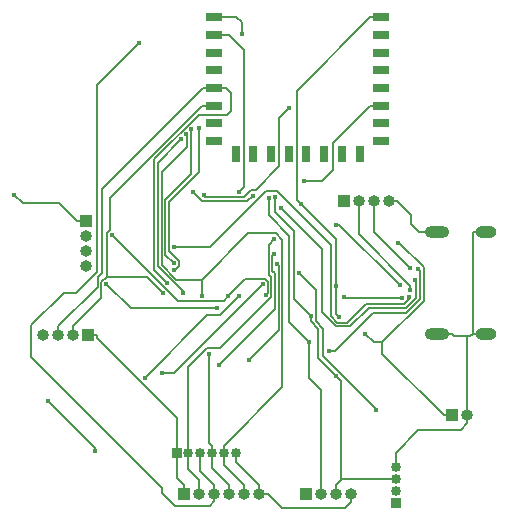
<source format=gbl>
G04 #@! TF.GenerationSoftware,KiCad,Pcbnew,8.0.5*
G04 #@! TF.CreationDate,2024-11-30T21:19:48+05:30*
G04 #@! TF.ProjectId,SNSRTG401V30,534e5352-5447-4343-9031-5633302e6b69,3.0*
G04 #@! TF.SameCoordinates,Original*
G04 #@! TF.FileFunction,Copper,L2,Bot*
G04 #@! TF.FilePolarity,Positive*
%FSLAX46Y46*%
G04 Gerber Fmt 4.6, Leading zero omitted, Abs format (unit mm)*
G04 Created by KiCad (PCBNEW 8.0.5) date 2024-11-30 21:19:48*
%MOMM*%
%LPD*%
G01*
G04 APERTURE LIST*
G04 #@! TA.AperFunction,ComponentPad*
%ADD10R,0.850000X0.850000*%
G04 #@! TD*
G04 #@! TA.AperFunction,ComponentPad*
%ADD11O,0.850000X0.850000*%
G04 #@! TD*
G04 #@! TA.AperFunction,ComponentPad*
%ADD12R,1.000000X1.000000*%
G04 #@! TD*
G04 #@! TA.AperFunction,ComponentPad*
%ADD13O,1.000000X1.000000*%
G04 #@! TD*
G04 #@! TA.AperFunction,ComponentPad*
%ADD14O,2.100000X1.000000*%
G04 #@! TD*
G04 #@! TA.AperFunction,ComponentPad*
%ADD15O,1.800000X1.000000*%
G04 #@! TD*
G04 #@! TA.AperFunction,SMDPad,CuDef*
%ADD16R,1.400000X0.800000*%
G04 #@! TD*
G04 #@! TA.AperFunction,SMDPad,CuDef*
%ADD17R,0.800000X1.400000*%
G04 #@! TD*
G04 #@! TA.AperFunction,ViaPad*
%ADD18C,0.400000*%
G04 #@! TD*
G04 #@! TA.AperFunction,Conductor*
%ADD19C,0.150000*%
G04 #@! TD*
G04 APERTURE END LIST*
D10*
X114650000Y-67960000D03*
D11*
X114650000Y-66960000D03*
X114650000Y-65960000D03*
X114650000Y-64960000D03*
D12*
X88620600Y-53721000D03*
D13*
X87350600Y-53721000D03*
X86080600Y-53721000D03*
X84810600Y-53721000D03*
D10*
X96102800Y-63779400D03*
D11*
X97102800Y-63779400D03*
X98102800Y-63779400D03*
X99102800Y-63779400D03*
X100102800Y-63779400D03*
X101102800Y-63779400D03*
D12*
X88392000Y-44069000D03*
D13*
X88392000Y-45339000D03*
X88392000Y-46609000D03*
X88392000Y-47879000D03*
D12*
X96748600Y-67200000D03*
D13*
X98018600Y-67200000D03*
X99288600Y-67200000D03*
X100558600Y-67200000D03*
X101828600Y-67200000D03*
X103098600Y-67200000D03*
D12*
X107061000Y-67200000D03*
D13*
X108331000Y-67200000D03*
X109601000Y-67200000D03*
X110871000Y-67200000D03*
D12*
X110240000Y-42418000D03*
D13*
X111510000Y-42418000D03*
X112780000Y-42418000D03*
X114050000Y-42418000D03*
D14*
X118120000Y-53640000D03*
D15*
X122300000Y-53640000D03*
D14*
X118120000Y-45000000D03*
D15*
X122300000Y-45000000D03*
D12*
X119456200Y-60550000D03*
D13*
X120726200Y-60550000D03*
D16*
X113441000Y-26838000D03*
X113441000Y-28338000D03*
X113441000Y-29838000D03*
X113441000Y-31338000D03*
X113441000Y-32838000D03*
X113441000Y-34338000D03*
X113441000Y-35838000D03*
X113441000Y-37338000D03*
D17*
X111591000Y-38438000D03*
X110091000Y-38438000D03*
X108591000Y-38438000D03*
X107091000Y-38438000D03*
X105591000Y-38438000D03*
X104091000Y-38438000D03*
X102591000Y-38438000D03*
X101091000Y-38438000D03*
D16*
X99241000Y-37338000D03*
X99241000Y-35838000D03*
X99241000Y-34338000D03*
X99241000Y-32838000D03*
X99241000Y-31338000D03*
X99241000Y-29838000D03*
X99241000Y-28338000D03*
X99241000Y-26838000D03*
D18*
X95894700Y-46308500D03*
X115761300Y-50570000D03*
X101610000Y-28260000D03*
X115899600Y-49976800D03*
X115846900Y-48070500D03*
X109598100Y-49615400D03*
X109867500Y-52241000D03*
X106636000Y-42631600D03*
X90149600Y-49451200D03*
X116559600Y-48173500D03*
X109016300Y-55121100D03*
X99497500Y-51500900D03*
X90670300Y-45273100D03*
X115173300Y-50648900D03*
X110242500Y-50496700D03*
X100477900Y-50444100D03*
X103636600Y-50396600D03*
X85239500Y-59350000D03*
X89178800Y-63601700D03*
X103900200Y-42179200D03*
X107283200Y-54321600D03*
X109615700Y-57220000D03*
X107464300Y-52171000D03*
X104457700Y-42031600D03*
X95327300Y-49345200D03*
X94919800Y-50172500D03*
X102563600Y-41941000D03*
X97481400Y-41618900D03*
X98267400Y-50407900D03*
X96922600Y-36763900D03*
X98854200Y-55372600D03*
X96500500Y-37174600D03*
X96631000Y-50154600D03*
X92936600Y-29047200D03*
X106431000Y-48506600D03*
X112970400Y-60133800D03*
X104373100Y-46920000D03*
X99714500Y-56297800D03*
X104376600Y-45609500D03*
X102233200Y-55871100D03*
X104624500Y-47768000D03*
X101422400Y-50421200D03*
X93383200Y-57376500D03*
X103373500Y-49469500D03*
X94848500Y-56949800D03*
X109596800Y-44420000D03*
X114973500Y-49508600D03*
X116269000Y-49070000D03*
X104909700Y-42971200D03*
X95898600Y-48221500D03*
X97988600Y-36205900D03*
X101390000Y-41600000D03*
X95864800Y-47669700D03*
X97352100Y-36317100D03*
X98398500Y-41928300D03*
X105636400Y-34546700D03*
X82373700Y-41906000D03*
X114877300Y-45920000D03*
X112066800Y-53635900D03*
X106915800Y-40699800D03*
D19*
X109478900Y-55121100D02*
X109016300Y-55121100D01*
X112725800Y-51874200D02*
X109478900Y-55121100D01*
X115554200Y-51874200D02*
X112725800Y-51874200D01*
X116707300Y-48321200D02*
X116707300Y-50721100D01*
X116707300Y-50721100D02*
X115554200Y-51874200D01*
X116559600Y-48173500D02*
X116707300Y-48321200D01*
X98925800Y-46308500D02*
X95894700Y-46308500D01*
X103655000Y-41579300D02*
X98925800Y-46308500D01*
X104618600Y-41579300D02*
X103655000Y-41579300D01*
X109708200Y-52696300D02*
X109171400Y-52159500D01*
X110543700Y-52696300D02*
X109708200Y-52696300D01*
X109171400Y-46132100D02*
X104618600Y-41579300D01*
X109171400Y-52159500D02*
X109171400Y-46132100D01*
X112136800Y-51103200D02*
X110543700Y-52696300D01*
X115761300Y-50715800D02*
X115373900Y-51103200D01*
X115373900Y-51103200D02*
X112136800Y-51103200D01*
X115761300Y-50570000D02*
X115761300Y-50715800D01*
X108368000Y-46429500D02*
X104909700Y-42971200D01*
X108368000Y-51809800D02*
X108368000Y-46429500D01*
X109556200Y-52998000D02*
X108368000Y-51809800D01*
X116337300Y-50615400D02*
X115518700Y-51434000D01*
X115518700Y-51434000D02*
X112386000Y-51434000D01*
X116337300Y-49138300D02*
X116337300Y-50615400D01*
X116269000Y-49070000D02*
X116337300Y-49138300D01*
X112386000Y-51434000D02*
X110822000Y-52998000D01*
X110822000Y-52998000D02*
X109556200Y-52998000D01*
X100518000Y-28338000D02*
X99241000Y-28338000D01*
X101810000Y-29630000D02*
X100518000Y-28338000D01*
X101810000Y-41180000D02*
X101810000Y-29630000D01*
X101390000Y-41600000D02*
X101810000Y-41180000D01*
X101168000Y-26838000D02*
X99241000Y-26838000D01*
X101610000Y-27280000D02*
X101610000Y-28260000D01*
X101168000Y-26838000D02*
X101610000Y-27280000D01*
X108390200Y-40699800D02*
X106915800Y-40699800D01*
X109320000Y-37532300D02*
X109320000Y-39770000D01*
X109320000Y-39770000D02*
X108390200Y-40699800D01*
X112514300Y-34338000D02*
X109320000Y-37532300D01*
X113441000Y-34338000D02*
X112514300Y-34338000D01*
X122300000Y-53640000D02*
X121173300Y-53640000D01*
X118120000Y-45000000D02*
X116590000Y-45000000D01*
X118120000Y-53640000D02*
X119396700Y-53640000D01*
X116558250Y-61808250D02*
X114650000Y-63716500D01*
X121173300Y-53640000D02*
X120949800Y-53863500D01*
X104995300Y-68370000D02*
X110360000Y-68370000D01*
X120949800Y-53863500D02*
X120726200Y-53863500D01*
X110871000Y-67859000D02*
X110871000Y-67200000D01*
X120726200Y-53863500D02*
X119620200Y-53863500D01*
X119620200Y-53863500D02*
X119396700Y-53640000D01*
X114776700Y-42418000D02*
X114050000Y-42418000D01*
X120726200Y-53863500D02*
X120726200Y-60550000D01*
X121173300Y-45000000D02*
X121173300Y-53640000D01*
X120141750Y-61808250D02*
X116558250Y-61808250D01*
X103098600Y-67200000D02*
X103098600Y-66473300D01*
X120726200Y-60550000D02*
X120726200Y-61223800D01*
X114650000Y-63716500D02*
X114650000Y-64960000D01*
X103098600Y-67200000D02*
X103825300Y-67200000D01*
X116590000Y-45000000D02*
X115960000Y-44370000D01*
X101102800Y-64477500D02*
X103098600Y-66473300D01*
X110360000Y-68370000D02*
X110871000Y-67859000D01*
X115960000Y-44370000D02*
X115960000Y-43601300D01*
X115960000Y-43601300D02*
X114776700Y-42418000D01*
X101102800Y-63779400D02*
X101102800Y-64477500D01*
X122300000Y-45000000D02*
X121173300Y-45000000D01*
X103825300Y-67200000D02*
X104995300Y-68370000D01*
X120726200Y-61223800D02*
X120141750Y-61808250D01*
X115899600Y-49627400D02*
X111510000Y-45237800D01*
X115899600Y-49976800D02*
X115899600Y-49627400D01*
X111510000Y-45237800D02*
X111510000Y-42418000D01*
X112780000Y-45003600D02*
X115846900Y-48070500D01*
X112780000Y-42418000D02*
X112780000Y-45003600D01*
X89347300Y-53990500D02*
X96102800Y-60746000D01*
X96102800Y-63779400D02*
X96102800Y-65827500D01*
X113441000Y-26838000D02*
X112514300Y-26838000D01*
X96102800Y-60746000D02*
X96102800Y-63779400D01*
X96748600Y-67200000D02*
X96748600Y-66473300D01*
X109598100Y-49615400D02*
X109598100Y-51971600D01*
X106300000Y-33052300D02*
X106300000Y-42295600D01*
X89347300Y-53721000D02*
X89347300Y-53990500D01*
X109598100Y-51971600D02*
X109867500Y-52241000D01*
X106300000Y-42295600D02*
X106636000Y-42631600D01*
X109598100Y-45593700D02*
X109598100Y-49615400D01*
X96102800Y-65827500D02*
X96748600Y-66473300D01*
X112514300Y-26838000D02*
X106300000Y-33052300D01*
X106636000Y-42631600D02*
X109598100Y-45593700D01*
X88620600Y-53721000D02*
X89347300Y-53721000D01*
X99497500Y-51500900D02*
X92199300Y-51500900D01*
X92199300Y-51500900D02*
X90149600Y-49451200D01*
X103636600Y-50396600D02*
X103809400Y-50223800D01*
X115173300Y-50648900D02*
X110394700Y-50648900D01*
X103809400Y-50223800D02*
X103809400Y-49289900D01*
X100477900Y-50444100D02*
X100075100Y-50846900D01*
X103555900Y-49036400D02*
X101885600Y-49036400D01*
X100075100Y-50846900D02*
X96210400Y-50846900D01*
X101885600Y-49036400D02*
X100477900Y-50444100D01*
X103809400Y-49289900D02*
X103555900Y-49036400D01*
X90670300Y-45306800D02*
X90670300Y-45273100D01*
X96210400Y-50846900D02*
X90670300Y-45306800D01*
X110394700Y-50648900D02*
X110242500Y-50496700D01*
X107283200Y-54321600D02*
X105634100Y-52672500D01*
X103900200Y-43610600D02*
X103900200Y-42179200D01*
X89178800Y-63289300D02*
X89178800Y-63601700D01*
X105634100Y-45344500D02*
X103900200Y-43610600D01*
X108331000Y-58406200D02*
X108331000Y-67200000D01*
X85239500Y-59350000D02*
X89178800Y-63289300D01*
X107283200Y-54321600D02*
X107283200Y-57358400D01*
X107283200Y-57358400D02*
X108331000Y-58406200D01*
X105634100Y-52672500D02*
X105634100Y-45344500D01*
X110039300Y-65960000D02*
X110039300Y-57643600D01*
X108105000Y-55709300D02*
X108105000Y-53242400D01*
X109601000Y-67200000D02*
X109601000Y-66473300D01*
X107464300Y-52601700D02*
X107464300Y-52171000D01*
X109615700Y-57220000D02*
X108105000Y-55709300D01*
X106004300Y-50711000D02*
X106004300Y-44919700D01*
X110039300Y-65960000D02*
X114650000Y-65960000D01*
X108105000Y-53242400D02*
X107464300Y-52601700D01*
X110039300Y-66035000D02*
X110039300Y-65960000D01*
X110039300Y-57643600D02*
X109615700Y-57220000D01*
X106004300Y-44919700D02*
X104457700Y-43373100D01*
X104457700Y-43373100D02*
X104457700Y-42031600D01*
X107464300Y-52171000D02*
X106004300Y-50711000D01*
X109601000Y-66473300D02*
X110039300Y-66035000D01*
X99241000Y-32838000D02*
X98314300Y-32838000D01*
X100690000Y-33240000D02*
X100288000Y-32838000D01*
X89760000Y-41392300D02*
X89760000Y-48481200D01*
X94214000Y-48231900D02*
X94214000Y-38850000D01*
X100288000Y-32838000D02*
X99241000Y-32838000D01*
X98314300Y-32838000D02*
X89760000Y-41392300D01*
X95327300Y-49345200D02*
X94214000Y-48231900D01*
X89760000Y-48481200D02*
X89421200Y-48820000D01*
X86080600Y-52994300D02*
X86080600Y-53721000D01*
X100690000Y-34780000D02*
X100690000Y-33240000D01*
X89421200Y-49653700D02*
X86080600Y-52994300D01*
X94214000Y-38850000D02*
X97979700Y-35084300D01*
X100385700Y-35084300D02*
X100690000Y-34780000D01*
X97979700Y-35084300D02*
X100385700Y-35084300D01*
X89421200Y-48820000D02*
X89421200Y-49653700D01*
X87350600Y-53721000D02*
X87350600Y-52994300D01*
X90493700Y-42133100D02*
X90493700Y-44846400D01*
X90493600Y-44846400D02*
X90243600Y-45096400D01*
X99241000Y-34338000D02*
X98314300Y-34338000D01*
X90243600Y-48808300D02*
X90189100Y-48808300D01*
X90189100Y-48808300D02*
X89722900Y-49274500D01*
X89722900Y-50622000D02*
X87350600Y-52994300D01*
X94919800Y-50172500D02*
X93555600Y-48808300D01*
X98314300Y-34338000D02*
X98288800Y-34338000D01*
X90493700Y-44846400D02*
X90493600Y-44846400D01*
X90243600Y-45096400D02*
X90243600Y-48808300D01*
X98288800Y-34338000D02*
X90493700Y-42133100D01*
X93555600Y-48808300D02*
X90243600Y-48808300D01*
X89722900Y-49274500D02*
X89722900Y-50622000D01*
X98269400Y-42406900D02*
X102097700Y-42406900D01*
X97481400Y-41618900D02*
X98269400Y-42406900D01*
X102097700Y-42406900D02*
X102563600Y-41941000D01*
X96073300Y-49059200D02*
X98267400Y-49059200D01*
X96945500Y-36786800D02*
X96945500Y-37863900D01*
X94828800Y-39980600D02*
X94828800Y-47814700D01*
X101828600Y-67200000D02*
X101828600Y-66473300D01*
X105051400Y-58179100D02*
X100102800Y-63127700D01*
X98267400Y-49059200D02*
X102181400Y-45145200D01*
X98267400Y-49059200D02*
X98267400Y-50407900D01*
X105051400Y-45680800D02*
X105051400Y-58179100D01*
X96945500Y-37863900D02*
X94828800Y-39980600D01*
X94828800Y-47814700D02*
X96073300Y-49059200D01*
X100102800Y-63779400D02*
X100102800Y-63127700D01*
X100102800Y-63779400D02*
X100102800Y-64747500D01*
X100102800Y-64747500D02*
X101828600Y-66473300D01*
X104515800Y-45145200D02*
X105051400Y-45680800D01*
X96922600Y-36763900D02*
X96945500Y-36786800D01*
X102181400Y-45145200D02*
X104515800Y-45145200D01*
X96631000Y-50045400D02*
X94527100Y-47941500D01*
X98854200Y-62879100D02*
X99102800Y-63127700D01*
X99102800Y-63779400D02*
X99102800Y-63127700D01*
X94527100Y-39148000D02*
X96500500Y-37174600D01*
X98854200Y-55372600D02*
X98854200Y-62879100D01*
X96631000Y-50154600D02*
X96631000Y-50045400D01*
X94527100Y-47941500D02*
X94527100Y-39148000D01*
X100558600Y-66473300D02*
X99102800Y-65017500D01*
X99102800Y-65017500D02*
X99102800Y-63779400D01*
X100558600Y-67200000D02*
X100558600Y-66473300D01*
X94887300Y-66692700D02*
X94887300Y-67097300D01*
X98910000Y-68190000D02*
X99288600Y-67811400D01*
X89373468Y-32610332D02*
X89373468Y-48396532D01*
X87595000Y-50175000D02*
X86535000Y-50175000D01*
X98102800Y-63779400D02*
X98102800Y-65287500D01*
X86535000Y-50175000D02*
X83770000Y-52940000D01*
X89373468Y-48396532D02*
X87595000Y-50175000D01*
X99288600Y-66473300D02*
X99288600Y-67200000D01*
X98102800Y-65287500D02*
X99288600Y-66473300D01*
X83770000Y-55575400D02*
X94887300Y-66692700D01*
X83770000Y-52940000D02*
X83770000Y-55575400D01*
X95980000Y-68190000D02*
X98910000Y-68190000D01*
X92936600Y-29047200D02*
X89373468Y-32610332D01*
X94887300Y-67097300D02*
X95980000Y-68190000D01*
X99288600Y-67811400D02*
X99288600Y-67200000D01*
X104197700Y-47095400D02*
X104373100Y-46920000D01*
X99714500Y-56297800D02*
X104430000Y-51582300D01*
X104197700Y-48293900D02*
X104197700Y-47095400D01*
X104430000Y-48526200D02*
X104197700Y-48293900D01*
X104430000Y-51582300D02*
X104430000Y-48526200D01*
X104126500Y-48871700D02*
X104126500Y-50538400D01*
X103896000Y-46090100D02*
X103896000Y-48641200D01*
X97102800Y-65122800D02*
X98018600Y-66038600D01*
X97102800Y-63779400D02*
X97102800Y-65122800D01*
X104126500Y-50538400D02*
X99797600Y-54867300D01*
X99797600Y-54867300D02*
X98697100Y-54867300D01*
X98018600Y-66038600D02*
X98018600Y-67200000D01*
X98697100Y-54867300D02*
X97102800Y-56461600D01*
X97102800Y-56461600D02*
X97102800Y-63779400D01*
X104376600Y-45609500D02*
X103896000Y-46090100D01*
X103896000Y-48641200D02*
X104126500Y-48871700D01*
X104742000Y-47885500D02*
X104624500Y-47768000D01*
X104742000Y-53362300D02*
X104742000Y-47885500D01*
X102233200Y-55871100D02*
X104742000Y-53362300D01*
X99772600Y-52071000D02*
X101422400Y-50421200D01*
X93383200Y-57376500D02*
X98688700Y-52071000D01*
X98688700Y-52071000D02*
X99772600Y-52071000D01*
X94848500Y-56949700D02*
X94848500Y-56949800D01*
X95893300Y-56949700D02*
X94848500Y-56949700D01*
X103373500Y-49469500D02*
X95893300Y-56949700D01*
X109596800Y-44420000D02*
X109884900Y-44420000D01*
X109884900Y-44420000D02*
X114973500Y-49508600D01*
X95898600Y-48221500D02*
X95983500Y-48221500D01*
X95432200Y-46633600D02*
X95432200Y-42481600D01*
X96291900Y-47493300D02*
X95432200Y-46633600D01*
X95983500Y-48221500D02*
X96291900Y-47913100D01*
X96291900Y-47913100D02*
X96291900Y-47493300D01*
X97988600Y-39925200D02*
X97988600Y-36205900D01*
X95432200Y-42481600D02*
X97988600Y-39925200D01*
X95130500Y-46935400D02*
X95130500Y-42356600D01*
X97352100Y-40135000D02*
X97352100Y-36317100D01*
X95130500Y-42356600D02*
X97352100Y-40135000D01*
X95864800Y-47669700D02*
X95130500Y-46935400D01*
X98526800Y-42056600D02*
X98398500Y-41928300D01*
X102785800Y-41454200D02*
X102394200Y-41454200D01*
X104806550Y-39433450D02*
X102785800Y-41454200D01*
X105636400Y-34546700D02*
X104806550Y-35376550D01*
X101791800Y-42056600D02*
X98526800Y-42056600D01*
X104806550Y-35376550D02*
X104806550Y-39433450D01*
X102394200Y-41454200D02*
X101791800Y-42056600D01*
X83054550Y-42586850D02*
X82373700Y-41906000D01*
X87665300Y-44069000D02*
X86183150Y-42586850D01*
X86183150Y-42586850D02*
X83054550Y-42586850D01*
X88392000Y-44069000D02*
X87665300Y-44069000D01*
X117009000Y-50894400D02*
X117009000Y-48019400D01*
X114909600Y-45920000D02*
X114877300Y-45920000D01*
X117009000Y-48019400D02*
X114909600Y-45920000D01*
X118729500Y-60550000D02*
X113529800Y-55350300D01*
X112804500Y-54373600D02*
X113529800Y-54373600D01*
X113529800Y-54373600D02*
X117009000Y-50894400D01*
X113529800Y-55350300D02*
X113529800Y-54373600D01*
X112066800Y-53635900D02*
X112804500Y-54373600D01*
X119456200Y-60550000D02*
X118729500Y-60550000D01*
X108491800Y-55492600D02*
X108491800Y-53200100D01*
X107891100Y-52599400D02*
X107891100Y-49966700D01*
X112970400Y-59971200D02*
X108491800Y-55492600D01*
X108491800Y-53200100D02*
X107891100Y-52599400D01*
X112970400Y-60133800D02*
X112970400Y-59971200D01*
X107891100Y-49966700D02*
X106431000Y-48506600D01*
M02*

</source>
